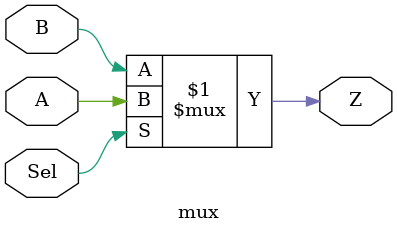
<source format=v>
`timescale 1ns / 1ps

module mux(
    input  wire A,
    input  wire B,
    input  wire Sel,
    output wire  Z
    );

    assign Z = (Sel) ? A : B ;

endmodule

</source>
